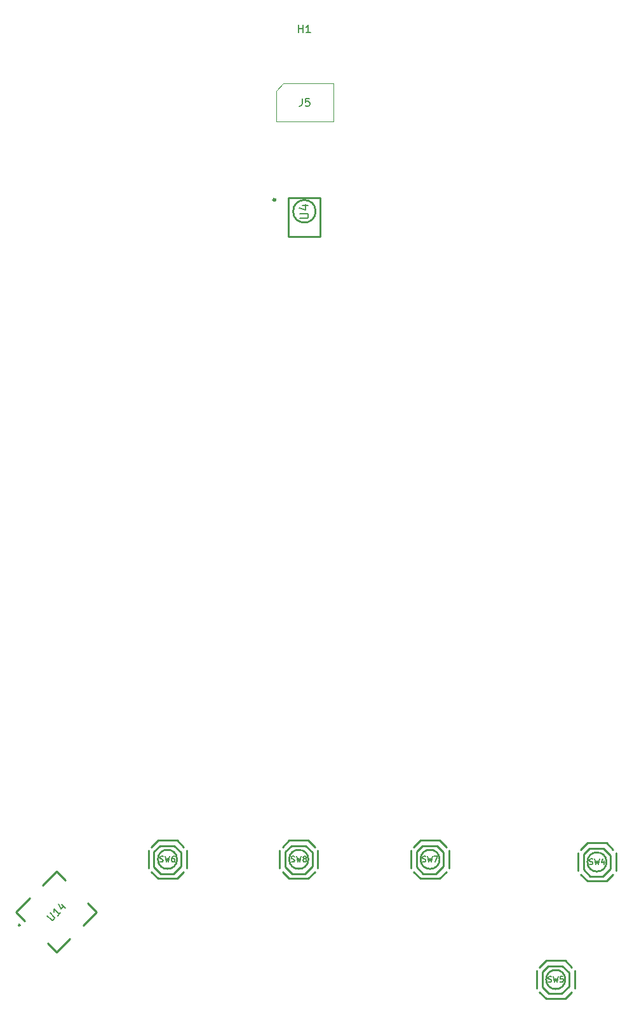
<source format=gbr>
%TF.GenerationSoftware,KiCad,Pcbnew,(5.1.10-1-10_14)*%
%TF.CreationDate,2021-08-27T15:48:04+02:00*%
%TF.ProjectId,OOO2021_Badge,4f4f4f32-3032-4315-9f42-616467652e6b,rev?*%
%TF.SameCoordinates,Original*%
%TF.FileFunction,Other,Fab,Top*%
%FSLAX46Y46*%
G04 Gerber Fmt 4.6, Leading zero omitted, Abs format (unit mm)*
G04 Created by KiCad (PCBNEW (5.1.10-1-10_14)) date 2021-08-27 15:48:04*
%MOMM*%
%LPD*%
G01*
G04 APERTURE LIST*
%ADD10C,0.254000*%
%ADD11C,0.300000*%
%ADD12C,0.250000*%
%ADD13C,0.100000*%
%ADD14C,0.152000*%
%ADD15C,0.150000*%
G04 APERTURE END LIST*
D10*
%TO.C,U4*%
X95000000Y-73738000D02*
G75*
G03*
X95000000Y-73738000I-1500000J0D01*
G01*
X95600000Y-77100000D02*
X91400000Y-77100000D01*
X95600000Y-71900000D02*
X95600000Y-77100000D01*
X91400000Y-71900000D02*
X95600000Y-71900000D01*
X91400000Y-77100000D02*
X91400000Y-71900000D01*
D11*
X89643951Y-72200000D02*
G75*
G03*
X89643951Y-72200000I-143951J0D01*
G01*
D10*
%TO.C,U14*%
X60450000Y-161611846D02*
X58626372Y-163435475D01*
X61637232Y-162799079D02*
X60450000Y-161611846D01*
X65838154Y-167000000D02*
X64650921Y-165812768D01*
X64014525Y-168823628D02*
X65838154Y-167000000D01*
X60450000Y-172388154D02*
X62273628Y-170564525D01*
X59269839Y-171193850D02*
X60457071Y-172381083D01*
X55061846Y-167000000D02*
X56249079Y-168187232D01*
X56885475Y-165176372D02*
X55061846Y-167000000D01*
D12*
X55600253Y-168767767D02*
G75*
G03*
X55600253Y-168767767I-100000J0D01*
G01*
D13*
%TO.C,J5*%
X89730000Y-61810000D02*
X89730000Y-57730000D01*
X89730000Y-57730000D02*
X90730000Y-56730000D01*
X90730000Y-56730000D02*
X97350000Y-56730000D01*
X97350000Y-56730000D02*
X97350000Y-61810000D01*
X97350000Y-61810000D02*
X89730000Y-61810000D01*
D10*
%TO.C,SW8*%
X94025000Y-160000000D02*
G75*
G03*
X94025000Y-160000000I-1275000J0D01*
G01*
X91475000Y-157450000D02*
X94025000Y-157450000D01*
X91475000Y-162550000D02*
X94025000Y-162550000D01*
X91475000Y-157450000D02*
X90580000Y-158345000D01*
X90580000Y-161655000D02*
X91475000Y-162550000D01*
X90200000Y-158832000D02*
X90200000Y-161168000D01*
X94920000Y-161655000D02*
X94025000Y-162550000D01*
X95300000Y-158832000D02*
X95300000Y-161168000D01*
X94025000Y-157450000D02*
X94920000Y-158345000D01*
X90949000Y-158999000D02*
X91749000Y-158199000D01*
X90949000Y-160998000D02*
X90949000Y-158999000D01*
X91851000Y-161900000D02*
X90949000Y-160998000D01*
X93550000Y-161900000D02*
X91851000Y-161900000D01*
X94551000Y-160899000D02*
X93550000Y-161900000D01*
X94551000Y-159101000D02*
X94551000Y-160899000D01*
X93649000Y-158199000D02*
X94551000Y-159101000D01*
X91749000Y-158199000D02*
X93649000Y-158199000D01*
%TO.C,SW7*%
X111525000Y-160000000D02*
G75*
G03*
X111525000Y-160000000I-1275000J0D01*
G01*
X108975000Y-157450000D02*
X111525000Y-157450000D01*
X108975000Y-162550000D02*
X111525000Y-162550000D01*
X108975000Y-157450000D02*
X108080000Y-158345000D01*
X108080000Y-161655000D02*
X108975000Y-162550000D01*
X107700000Y-158832000D02*
X107700000Y-161168000D01*
X112420000Y-161655000D02*
X111525000Y-162550000D01*
X112800000Y-158832000D02*
X112800000Y-161168000D01*
X111525000Y-157450000D02*
X112420000Y-158345000D01*
X108449000Y-158999000D02*
X109249000Y-158199000D01*
X108449000Y-160998000D02*
X108449000Y-158999000D01*
X109351000Y-161900000D02*
X108449000Y-160998000D01*
X111050000Y-161900000D02*
X109351000Y-161900000D01*
X112051000Y-160899000D02*
X111050000Y-161900000D01*
X112051000Y-159101000D02*
X112051000Y-160899000D01*
X111149000Y-158199000D02*
X112051000Y-159101000D01*
X109249000Y-158199000D02*
X111149000Y-158199000D01*
%TO.C,SW6*%
X76525000Y-160000000D02*
G75*
G03*
X76525000Y-160000000I-1275000J0D01*
G01*
X73975000Y-157450000D02*
X76525000Y-157450000D01*
X73975000Y-162550000D02*
X76525000Y-162550000D01*
X73975000Y-157450000D02*
X73080000Y-158345000D01*
X73080000Y-161655000D02*
X73975000Y-162550000D01*
X72700000Y-158832000D02*
X72700000Y-161168000D01*
X77420000Y-161655000D02*
X76525000Y-162550000D01*
X77800000Y-158832000D02*
X77800000Y-161168000D01*
X76525000Y-157450000D02*
X77420000Y-158345000D01*
X73449000Y-158999000D02*
X74249000Y-158199000D01*
X73449000Y-160998000D02*
X73449000Y-158999000D01*
X74351000Y-161900000D02*
X73449000Y-160998000D01*
X76050000Y-161900000D02*
X74351000Y-161900000D01*
X77051000Y-160899000D02*
X76050000Y-161900000D01*
X77051000Y-159101000D02*
X77051000Y-160899000D01*
X76149000Y-158199000D02*
X77051000Y-159101000D01*
X74249000Y-158199000D02*
X76149000Y-158199000D01*
%TO.C,SW5*%
X128275000Y-176000000D02*
G75*
G03*
X128275000Y-176000000I-1275000J0D01*
G01*
X125725000Y-173450000D02*
X128275000Y-173450000D01*
X125725000Y-178550000D02*
X128275000Y-178550000D01*
X125725000Y-173450000D02*
X124830000Y-174345000D01*
X124830000Y-177655000D02*
X125725000Y-178550000D01*
X124450000Y-174832000D02*
X124450000Y-177168000D01*
X129170000Y-177655000D02*
X128275000Y-178550000D01*
X129550000Y-174832000D02*
X129550000Y-177168000D01*
X128275000Y-173450000D02*
X129170000Y-174345000D01*
X125199000Y-174999000D02*
X125999000Y-174199000D01*
X125199000Y-176998000D02*
X125199000Y-174999000D01*
X126101000Y-177900000D02*
X125199000Y-176998000D01*
X127800000Y-177900000D02*
X126101000Y-177900000D01*
X128801000Y-176899000D02*
X127800000Y-177900000D01*
X128801000Y-175101000D02*
X128801000Y-176899000D01*
X127899000Y-174199000D02*
X128801000Y-175101000D01*
X125999000Y-174199000D02*
X127899000Y-174199000D01*
%TO.C,SW4*%
X133775000Y-160350000D02*
G75*
G03*
X133775000Y-160350000I-1275000J0D01*
G01*
X131225000Y-157800000D02*
X133775000Y-157800000D01*
X131225000Y-162900000D02*
X133775000Y-162900000D01*
X131225000Y-157800000D02*
X130330000Y-158695000D01*
X130330000Y-162005000D02*
X131225000Y-162900000D01*
X129950000Y-159182000D02*
X129950000Y-161518000D01*
X134670000Y-162005000D02*
X133775000Y-162900000D01*
X135050000Y-159182000D02*
X135050000Y-161518000D01*
X133775000Y-157800000D02*
X134670000Y-158695000D01*
X130699000Y-159349000D02*
X131499000Y-158549000D01*
X130699000Y-161348000D02*
X130699000Y-159349000D01*
X131601000Y-162250000D02*
X130699000Y-161348000D01*
X133300000Y-162250000D02*
X131601000Y-162250000D01*
X134301000Y-161249000D02*
X133300000Y-162250000D01*
X134301000Y-159451000D02*
X134301000Y-161249000D01*
X133399000Y-158549000D02*
X134301000Y-159451000D01*
X131499000Y-158549000D02*
X133399000Y-158549000D01*
%TD*%
%TO.C,U4*%
D14*
X92874071Y-74670857D02*
X93799357Y-74670857D01*
X93908214Y-74616428D01*
X93962642Y-74562000D01*
X94017071Y-74453142D01*
X94017071Y-74235428D01*
X93962642Y-74126571D01*
X93908214Y-74072142D01*
X93799357Y-74017714D01*
X92874071Y-74017714D01*
X93255071Y-72983571D02*
X94017071Y-72983571D01*
X92819642Y-73255714D02*
X93636071Y-73527857D01*
X93636071Y-72820285D01*
%TO.C,U14*%
X59187309Y-167488240D02*
X59759729Y-168060660D01*
X59860744Y-168094331D01*
X59928087Y-168094331D01*
X60029103Y-168060660D01*
X60163790Y-167925973D01*
X60197461Y-167824957D01*
X60197461Y-167757614D01*
X60163790Y-167656599D01*
X59591370Y-167084179D01*
X61005583Y-167084179D02*
X60601522Y-167488240D01*
X60803553Y-167286209D02*
X60096446Y-166579103D01*
X60130118Y-166747461D01*
X60130118Y-166882148D01*
X60096446Y-166983164D01*
X61140270Y-166006683D02*
X61611675Y-166478087D01*
X60702538Y-165905668D02*
X61039255Y-166579103D01*
X61476988Y-166141370D01*
%TO.C,J5*%
D15*
X93206666Y-58722380D02*
X93206666Y-59436666D01*
X93159047Y-59579523D01*
X93063809Y-59674761D01*
X92920952Y-59722380D01*
X92825714Y-59722380D01*
X94159047Y-58722380D02*
X93682857Y-58722380D01*
X93635238Y-59198571D01*
X93682857Y-59150952D01*
X93778095Y-59103333D01*
X94016190Y-59103333D01*
X94111428Y-59150952D01*
X94159047Y-59198571D01*
X94206666Y-59293809D01*
X94206666Y-59531904D01*
X94159047Y-59627142D01*
X94111428Y-59674761D01*
X94016190Y-59722380D01*
X93778095Y-59722380D01*
X93682857Y-59674761D01*
X93635238Y-59627142D01*
%TO.C,H1*%
X92738095Y-49952380D02*
X92738095Y-48952380D01*
X92738095Y-49428571D02*
X93309523Y-49428571D01*
X93309523Y-49952380D02*
X93309523Y-48952380D01*
X94309523Y-49952380D02*
X93738095Y-49952380D01*
X94023809Y-49952380D02*
X94023809Y-48952380D01*
X93928571Y-49095238D01*
X93833333Y-49190476D01*
X93738095Y-49238095D01*
%TO.C,SW8*%
D14*
X91750000Y-160303571D02*
X91857142Y-160339285D01*
X92035714Y-160339285D01*
X92107142Y-160303571D01*
X92142857Y-160267857D01*
X92178571Y-160196428D01*
X92178571Y-160125000D01*
X92142857Y-160053571D01*
X92107142Y-160017857D01*
X92035714Y-159982142D01*
X91892857Y-159946428D01*
X91821428Y-159910714D01*
X91785714Y-159875000D01*
X91750000Y-159803571D01*
X91750000Y-159732142D01*
X91785714Y-159660714D01*
X91821428Y-159625000D01*
X91892857Y-159589285D01*
X92071428Y-159589285D01*
X92178571Y-159625000D01*
X92428571Y-159589285D02*
X92607142Y-160339285D01*
X92750000Y-159803571D01*
X92892857Y-160339285D01*
X93071428Y-159589285D01*
X93464285Y-159910714D02*
X93392857Y-159875000D01*
X93357142Y-159839285D01*
X93321428Y-159767857D01*
X93321428Y-159732142D01*
X93357142Y-159660714D01*
X93392857Y-159625000D01*
X93464285Y-159589285D01*
X93607142Y-159589285D01*
X93678571Y-159625000D01*
X93714285Y-159660714D01*
X93750000Y-159732142D01*
X93750000Y-159767857D01*
X93714285Y-159839285D01*
X93678571Y-159875000D01*
X93607142Y-159910714D01*
X93464285Y-159910714D01*
X93392857Y-159946428D01*
X93357142Y-159982142D01*
X93321428Y-160053571D01*
X93321428Y-160196428D01*
X93357142Y-160267857D01*
X93392857Y-160303571D01*
X93464285Y-160339285D01*
X93607142Y-160339285D01*
X93678571Y-160303571D01*
X93714285Y-160267857D01*
X93750000Y-160196428D01*
X93750000Y-160053571D01*
X93714285Y-159982142D01*
X93678571Y-159946428D01*
X93607142Y-159910714D01*
%TO.C,SW7*%
X109250000Y-160303571D02*
X109357142Y-160339285D01*
X109535714Y-160339285D01*
X109607142Y-160303571D01*
X109642857Y-160267857D01*
X109678571Y-160196428D01*
X109678571Y-160125000D01*
X109642857Y-160053571D01*
X109607142Y-160017857D01*
X109535714Y-159982142D01*
X109392857Y-159946428D01*
X109321428Y-159910714D01*
X109285714Y-159875000D01*
X109250000Y-159803571D01*
X109250000Y-159732142D01*
X109285714Y-159660714D01*
X109321428Y-159625000D01*
X109392857Y-159589285D01*
X109571428Y-159589285D01*
X109678571Y-159625000D01*
X109928571Y-159589285D02*
X110107142Y-160339285D01*
X110250000Y-159803571D01*
X110392857Y-160339285D01*
X110571428Y-159589285D01*
X110785714Y-159589285D02*
X111285714Y-159589285D01*
X110964285Y-160339285D01*
%TO.C,SW6*%
X74250000Y-160303571D02*
X74357142Y-160339285D01*
X74535714Y-160339285D01*
X74607142Y-160303571D01*
X74642857Y-160267857D01*
X74678571Y-160196428D01*
X74678571Y-160125000D01*
X74642857Y-160053571D01*
X74607142Y-160017857D01*
X74535714Y-159982142D01*
X74392857Y-159946428D01*
X74321428Y-159910714D01*
X74285714Y-159875000D01*
X74250000Y-159803571D01*
X74250000Y-159732142D01*
X74285714Y-159660714D01*
X74321428Y-159625000D01*
X74392857Y-159589285D01*
X74571428Y-159589285D01*
X74678571Y-159625000D01*
X74928571Y-159589285D02*
X75107142Y-160339285D01*
X75250000Y-159803571D01*
X75392857Y-160339285D01*
X75571428Y-159589285D01*
X76178571Y-159589285D02*
X76035714Y-159589285D01*
X75964285Y-159625000D01*
X75928571Y-159660714D01*
X75857142Y-159767857D01*
X75821428Y-159910714D01*
X75821428Y-160196428D01*
X75857142Y-160267857D01*
X75892857Y-160303571D01*
X75964285Y-160339285D01*
X76107142Y-160339285D01*
X76178571Y-160303571D01*
X76214285Y-160267857D01*
X76250000Y-160196428D01*
X76250000Y-160017857D01*
X76214285Y-159946428D01*
X76178571Y-159910714D01*
X76107142Y-159875000D01*
X75964285Y-159875000D01*
X75892857Y-159910714D01*
X75857142Y-159946428D01*
X75821428Y-160017857D01*
%TO.C,SW5*%
X126000000Y-176303571D02*
X126107142Y-176339285D01*
X126285714Y-176339285D01*
X126357142Y-176303571D01*
X126392857Y-176267857D01*
X126428571Y-176196428D01*
X126428571Y-176125000D01*
X126392857Y-176053571D01*
X126357142Y-176017857D01*
X126285714Y-175982142D01*
X126142857Y-175946428D01*
X126071428Y-175910714D01*
X126035714Y-175875000D01*
X126000000Y-175803571D01*
X126000000Y-175732142D01*
X126035714Y-175660714D01*
X126071428Y-175625000D01*
X126142857Y-175589285D01*
X126321428Y-175589285D01*
X126428571Y-175625000D01*
X126678571Y-175589285D02*
X126857142Y-176339285D01*
X127000000Y-175803571D01*
X127142857Y-176339285D01*
X127321428Y-175589285D01*
X127964285Y-175589285D02*
X127607142Y-175589285D01*
X127571428Y-175946428D01*
X127607142Y-175910714D01*
X127678571Y-175875000D01*
X127857142Y-175875000D01*
X127928571Y-175910714D01*
X127964285Y-175946428D01*
X128000000Y-176017857D01*
X128000000Y-176196428D01*
X127964285Y-176267857D01*
X127928571Y-176303571D01*
X127857142Y-176339285D01*
X127678571Y-176339285D01*
X127607142Y-176303571D01*
X127571428Y-176267857D01*
%TO.C,SW4*%
X131500000Y-160653571D02*
X131607142Y-160689285D01*
X131785714Y-160689285D01*
X131857142Y-160653571D01*
X131892857Y-160617857D01*
X131928571Y-160546428D01*
X131928571Y-160475000D01*
X131892857Y-160403571D01*
X131857142Y-160367857D01*
X131785714Y-160332142D01*
X131642857Y-160296428D01*
X131571428Y-160260714D01*
X131535714Y-160225000D01*
X131500000Y-160153571D01*
X131500000Y-160082142D01*
X131535714Y-160010714D01*
X131571428Y-159975000D01*
X131642857Y-159939285D01*
X131821428Y-159939285D01*
X131928571Y-159975000D01*
X132178571Y-159939285D02*
X132357142Y-160689285D01*
X132500000Y-160153571D01*
X132642857Y-160689285D01*
X132821428Y-159939285D01*
X133428571Y-160189285D02*
X133428571Y-160689285D01*
X133250000Y-159903571D02*
X133071428Y-160439285D01*
X133535714Y-160439285D01*
%TD*%
M02*

</source>
